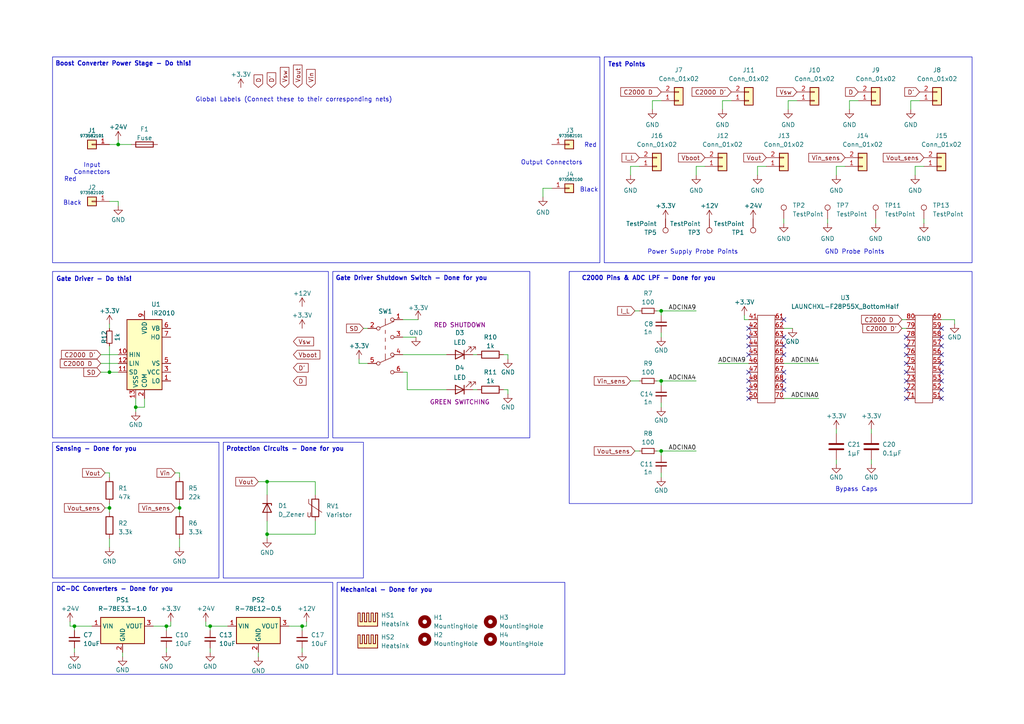
<source format=kicad_sch>
(kicad_sch (version 20250114) (generator "eeschema") (generator_version "9.0")
  (paper "A4")
  (title_block (title "24V-48V Boost Converter") (rev "0") (company "ECE462L: Power Electronics Lab") (comment 1 "[Student names here...]"))
  (rectangle (start 97.79 168.91) (end 163.83 195.58))
  (rectangle (start -124.46 78.74) (end -3.81 127))
  (rectangle (start 15.24 128.27) (end 63.5 167.64))
  (rectangle (start 165.1 78.74) (end 281.94 146.05))
  (rectangle (start 64.77 128.27) (end 105.41 167.64))
  (rectangle (start 15.24 168.91) (end 96.52 195.58))
  (rectangle (start 96.52 78.74) (end 153.67 127))
  (rectangle (start -124.46 13.97) (end -3.81 77.47))
  (rectangle (start 175.26 16.51) (end 281.94 76.2))
  (rectangle (start 15.24 78.74) (end 95.25 127))
  (rectangle (start 15.24 16.51) (end 173.99 76.2))
  (text "High Freq Filtering Capacitors\n(for switching loop)" (at -29.21 66.548 0) (effects (font (size 1.27 1.27))))
  (text "Inductor wire through hole connections" (at -76.2 30.988 0) (effects (font (size 1.27 1.27)) (justify left bottom)))
  (text "Input\nConnectors" (at 26.67 49.022 0) (effects (font (size 1.27 1.27))))
  (text "Sensing - Done for you\n" (at 16.002 131.064 0) (effects (font (size 1.27 1.27) (thickness 0.254) (bold yes)) (justify left bottom)))
  (text "Protection Circuits - Done for you" (at 65.532 131.064 0) (effects (font (size 1.27 1.27) (thickness 0.254) (bold yes)) (justify left bottom)))
  (text "Input\nCapacitor\n" (at -59.944 66.548 0) (effects (font (size 1.27 1.27))))
  (text "Test Points" (at 176.276 19.558 0) (effects (font (size 1.27 1.27) (thickness 0.254) (bold yes)) (justify left bottom)))
  (text "Bypass Cap\nfor +12V VCC" (at -56.896 117.856 0) (effects (font (size 1.27 1.27))))
  (text "Black" (at 18.288 59.69 0) (effects (font (size 1.27 1.27)) (justify left bottom)))
  (text "Mechanical - Done for you" (at 98.552 171.958 0) (effects (font (size 1.27 1.27) (thickness 0.254) (bold yes)) (justify left bottom)))
  (text "Red" (at 18.542 52.832 0) (effects (font (size 1.27 1.27)) (justify left bottom)))
  (text "Bulk Output\nCapacitor" (at -76.962 66.548 0) (effects (font (size 1.27 1.27))))
  (text "Power Supply Probe Points" (at 200.914 73.152 0) (effects (font (size 1.27 1.27))))
  (text "Bootstrap\nCapacitor" (at -79.502 117.602 0) (effects (font (size 1.27 1.27))))
  (text "Red" (at 169.418 42.926 0) (effects (font (size 1.27 1.27)) (justify left bottom)))
  (text "Gate Driver Shutdown Switch - Done for you" (at 97.282 81.534 0) (effects (font (size 1.27 1.27) (thickness 0.254) (bold yes)) (justify left bottom)))
  (text "Notes: \n\n-The inductor physically will be mounted into the board using a bobbin\n-The inductor will be electrically connected using connectors J5 and J6 \n(use net names L_In and Vsw to connect these to the rest of the circuit).\n- Since the bobbin is not electrically connected to the board, leave the \nconnection as a no connect so it will not be connected to any node on the board.\n- Bypass capacitors should be placed as close as possible to the physical pins of each IC.\n- Please do not change any net names - the rest of the circuit depends on the current net names. \n" (at -112.522 1.27 0) (effects (font (size 1.27 1.27)) (justify left)))
  (text "Black" (at 168.148 55.88 0) (effects (font (size 1.27 1.27)) (justify left bottom)))
  (text "Gate Driver - Do this!" (at 16.256 81.788 0) (effects (font (size 1.27 1.27) (thickness 0.254) (bold yes)) (justify left bottom)))
  (text "Current Sensor" (at -94.488 70.612 0) (effects (font (size 1.27 1.27))))
  (text "Boostrap\nResistor\n" (at -34.036 109.474 0) (effects (font (size 1.27 1.27))))
  (text "DC-DC Converters - Done for you" (at 16.256 171.704 0) (effects (font (size 1.27 1.27) (thickness 0.254) (bold yes)) (justify left bottom)))
  (text "Boost Power Stage Components - Use these!" (at -123.19 18.288 0) (effects (font (size 2 2) (thickness 0.4) (bold yes) (italic yes)) (justify left bottom)))
  (text "Gate Resistors" (at -79.502 101.854 0) (effects (font (size 1.27 1.27))))
  (text "Global Labels (Connect these to their corresponding nets)\n" (at 56.642 29.718 0) (effects (font (size 1.27 1.27)) (justify left bottom)))
  (text "C2000 Pins & ADC LPF - Done for you\n" (at 168.656 81.534 0) (effects (font (size 1.27 1.27) (thickness 0.254) (bold yes)) (justify left bottom)))
  (text "Boostrap Diode" (at -56.896 101.854 0) (effects (font (size 1.27 1.27))))
  (text "Output Connectors\n\n" (at 160.02 48.26 0) (effects (font (size 1.27 1.27))))
  (text "Bypass Capacitor\nfor Current Sensor" (at -104.902 41.91 0) (effects (font (size 1.27 1.27))))
  (text "Inductor Bobbin \nConnection" (at -56.388 47.244 0) (effects (font (size 1.27 1.27))))
  (text "Switches" (at -22.606 21.336 0) (effects (font (size 1.27 1.27))))
  (text "Bypass Capacitor\nfor Gate Driver\n" (at -103.632 115.316 0) (effects (font (size 1.27 1.27))))
  (text "Gate Driver Components - Use these!" (at -122.682 83.312 0) (effects (font (size 2 2) (thickness 0.4) (bold yes) (italic yes)) (justify left bottom)))
  (text "GND Probe Points" (at 247.904 73.152 0) (effects (font (size 1.27 1.27))))
  (text "Bypass Caps" (at 248.412 141.986 0) (effects (font (size 1.27 1.27))))
  (text "Boost Converter Power Stage - Do this!\n" (at 16.002 19.304 0) (effects (font (size 1.27 1.27) (thickness 0.254) (bold yes)) (justify left bottom)))
  (junction (at 77.47 139.7))
  (junction (at 21.59 181.61))
  (junction (at 34.29 41.91))
  (junction (at 191.77 130.81))
  (junction (at 39.37 118.11))
  (junction (at 60.96 181.61))
  (junction (at 31.75 107.95))
  (junction (at 48.26 181.61))
  (junction (at 52.07 147.32))
  (junction (at 77.47 154.94))
  (junction (at 191.77 90.17))
  (junction (at 87.63 181.61))
  (junction (at 31.75 147.32))
  (junction (at 191.77 110.49))
  (no_connect (at 227.33 102.87))
  (no_connect (at 273.05 95.25))
  (no_connect (at 262.89 100.33))
  (no_connect (at 217.17 100.33))
  (no_connect (at -53.34 43.18))
  (no_connect (at 227.33 107.95))
  (no_connect (at 217.17 110.49))
  (no_connect (at 217.17 107.95))
  (no_connect (at 273.05 113.03))
  (no_connect (at 227.33 113.03))
  (no_connect (at 262.89 115.57))
  (no_connect (at 262.89 113.03))
  (no_connect (at -60.96 43.18))
  (no_connect (at 262.89 102.87))
  (no_connect (at 273.05 97.79))
  (no_connect (at 273.05 102.87))
  (no_connect (at 273.05 115.57))
  (no_connect (at 227.33 97.79))
  (no_connect (at 262.89 107.95))
  (no_connect (at 227.33 110.49))
  (no_connect (at 217.17 102.87))
  (no_connect (at 262.89 105.41))
  (no_connect (at 273.05 100.33))
  (no_connect (at 262.89 97.79))
  (no_connect (at 217.17 95.25))
  (no_connect (at 217.17 113.03))
  (no_connect (at 273.05 105.41))
  (no_connect (at 273.05 107.95))
  (no_connect (at 262.89 110.49))
  (no_connect (at 227.33 100.33))
  (no_connect (at 227.33 92.71))
  (no_connect (at 217.17 115.57))
  (no_connect (at 217.17 97.79))
  (no_connect (at 273.05 110.49))
  (wire (pts (xy 276.86 92.71) (xy 276.86 93.98)))
  (wire (pts (xy 77.47 139.7) (xy 77.47 143.51)))
  (wire (pts (xy -104.14 96.52) (xy -104.14 97.79)))
  (wire (pts (xy 137.16 102.87) (xy 138.43 102.87)))
  (wire (pts (xy 191.77 111.76) (xy 191.77 110.49)))
  (wire (pts (xy -119.38 73.66) (xy -104.14 73.66)))
  (wire (pts (xy 245.11 48.26) (xy 242.57 48.26)))
  (wire (pts (xy -68.58 34.29) (xy -72.39 34.29)))
  (wire (pts (xy 185.42 110.49) (xy 182.88 110.49)))
  (wire (pts (xy 191.77 90.17) (xy 190.5 90.17)))
  (wire (pts (xy 265.43 48.26) (xy 265.43 50.8)))
  (wire (pts (xy 20.32 180.34) (xy 20.32 181.61)))
  (wire (pts (xy 191.77 91.44) (xy 191.77 90.17)))
  (wire (pts (xy 20.32 181.61) (xy 21.59 181.61)))
  (wire (pts (xy 31.75 147.32) (xy 31.75 148.59)))
  (wire (pts (xy 147.32 114.3) (xy 147.32 113.03)))
  (wire (pts (xy 34.29 41.91) (xy 38.1 41.91)))
  (wire (pts (xy 201.93 48.26) (xy 201.93 50.8)))
  (wire (pts (xy -119.38 66.04) (xy -119.38 63.5)))
  (wire (pts (xy 137.16 113.03) (xy 138.43 113.03)))
  (wire (pts (xy 184.15 130.81) (xy 185.42 130.81)))
  (wire (pts (xy 29.21 105.41) (xy 34.29 105.41)))
  (wire (pts (xy 248.92 29.21) (xy 246.38 29.21)))
  (wire (pts (xy -105.41 31.75) (xy -105.41 33.02)))
  (wire (pts (xy 209.55 29.21) (xy 209.55 31.75)))
  (wire (pts (xy 29.21 102.87) (xy 34.29 102.87)))
  (wire (pts (xy 48.26 187.96) (xy 48.26 189.23)))
  (wire (pts (xy 39.37 119.38) (xy 39.37 118.11)))
  (wire (pts (xy 261.62 95.25) (xy 262.89 95.25)))
  (wire (pts (xy 77.47 151.13) (xy 77.47 154.94)))
  (wire (pts (xy 147.32 104.14) (xy 147.32 102.87)))
  (wire (pts (xy 217.17 92.71) (xy 215.9 92.71)))
  (wire (pts (xy 118.11 113.03) (xy 118.11 107.95)))
  (wire (pts (xy 227.33 63.5) (xy 227.33 64.77)))
  (wire (pts (xy 191.77 110.49) (xy 201.93 110.49)))
  (wire (pts (xy 83.82 181.61) (xy 87.63 181.61)))
  (wire (pts (xy 147.32 102.87) (xy 146.05 102.87)))
  (wire (pts (xy 49.53 181.61) (xy 49.53 180.34)))
  (wire (pts (xy 242.57 48.26) (xy 242.57 50.8)))
  (wire (pts (xy 267.97 64.77) (xy 267.97 63.5)))
  (wire (pts (xy 41.91 118.11) (xy 41.91 115.57)))
  (wire (pts (xy 77.47 154.94) (xy 77.47 156.21)))
  (wire (pts (xy 273.05 92.71) (xy 276.86 92.71)))
  (wire (pts (xy 31.75 146.05) (xy 31.75 147.32)))
  (wire (pts (xy 48.26 182.88) (xy 48.26 181.61)))
  (wire (pts (xy 50.8 137.16) (xy 52.07 137.16)))
  (wire (pts (xy 147.32 113.03) (xy 146.05 113.03)))
  (wire (pts (xy 60.96 187.96) (xy 60.96 189.23)))
  (wire (pts (xy 264.16 29.21) (xy 264.16 31.75)))
  (wire (pts (xy 30.48 137.16) (xy 31.75 137.16)))
  (wire (pts (xy 254 64.77) (xy 254 63.5)))
  (wire (pts (xy -41.91 34.29) (xy -45.72 34.29)))
  (wire (pts (xy 157.48 57.15) (xy 157.48 54.61)))
  (wire (pts (xy 104.14 105.41) (xy 106.68 105.41)))
  (wire (pts (xy 34.29 40.64) (xy 34.29 41.91)))
  (wire (pts (xy 191.77 110.49) (xy 190.5 110.49)))
  (wire (pts (xy 242.57 124.46) (xy 242.57 125.73)))
  (wire (pts (xy 104.14 105.41) (xy 104.14 104.14)))
  (wire (pts (xy 227.33 95.25) (xy 229.87 95.25)))
  (wire (pts (xy 219.71 48.26) (xy 219.71 50.8)))
  (wire (pts (xy 116.84 102.87) (xy 129.54 102.87)))
  (wire (pts (xy 228.6 29.21) (xy 228.6 31.75)))
  (wire (pts (xy 50.8 147.32) (xy 52.07 147.32)))
  (wire (pts (xy 74.93 139.7) (xy 77.47 139.7)))
  (wire (pts (xy 91.44 143.51) (xy 91.44 139.7)))
  (wire (pts (xy 231.14 29.21) (xy 228.6 29.21)))
  (wire (pts (xy 191.77 29.21) (xy 189.23 29.21)))
  (wire (pts (xy 252.73 133.35) (xy 252.73 134.62)))
  (wire (pts (xy 31.75 41.91) (xy 34.29 41.91)))
  (wire (pts (xy 191.77 90.17) (xy 201.93 90.17)))
  (wire (pts (xy 77.47 139.7) (xy 91.44 139.7)))
  (wire (pts (xy 31.75 156.21) (xy 31.75 158.75)))
  (wire (pts (xy 87.63 182.88) (xy 87.63 181.61)))
  (wire (pts (xy 116.84 97.79) (xy 120.65 97.79)))
  (wire (pts (xy 74.93 189.23) (xy 74.93 190.5)))
  (wire (pts (xy -95.25 63.5) (xy -93.98 63.5)))
  (wire (pts (xy -104.14 105.41) (xy -104.14 106.68)))
  (wire (pts (xy 52.07 148.59) (xy 52.07 147.32)))
  (wire (pts (xy 191.77 130.81) (xy 201.93 130.81)))
  (wire (pts (xy 39.37 118.11) (xy 39.37 115.57)))
  (wire (pts (xy 116.84 92.71) (xy 121.285 92.71)))
  (wire (pts (xy 29.21 107.95) (xy 31.75 107.95)))
  (wire (pts (xy 157.48 54.61) (xy 160.02 54.61)))
  (wire (pts (xy 242.57 133.35) (xy 242.57 134.62)))
  (wire (pts (xy 191.77 130.81) (xy 190.5 130.81)))
  (wire (pts (xy 30.48 147.32) (xy 31.75 147.32)))
  (wire (pts (xy 204.47 48.26) (xy 201.93 48.26)))
  (wire (pts (xy 52.07 146.05) (xy 52.07 147.32)))
  (wire (pts (xy 31.75 58.42) (xy 34.29 58.42)))
  (wire (pts (xy 88.9 181.61) (xy 88.9 180.34)))
  (wire (pts (xy 227.33 105.41) (xy 237.49 105.41)))
  (wire (pts (xy 227.33 115.57) (xy 237.49 115.57)))
  (wire (pts (xy 60.96 181.61) (xy 66.04 181.61)))
  (wire (pts (xy 59.69 181.61) (xy 60.96 181.61)))
  (wire (pts (xy 77.47 154.94) (xy 91.44 154.94)))
  (wire (pts (xy 60.96 182.88) (xy 60.96 181.61)))
  (wire (pts (xy 191.77 97.79) (xy 191.77 96.52)))
  (wire (pts (xy 31.75 100.33) (xy 31.75 107.95)))
  (wire (pts (xy 215.9 92.71) (xy 215.9 91.44)))
  (wire (pts (xy 191.77 132.08) (xy 191.77 130.81)))
  (wire (pts (xy 21.59 181.61) (xy 26.67 181.61)))
  (wire (pts (xy 105.41 95.25) (xy 106.68 95.25)))
  (wire (pts (xy 191.77 118.11) (xy 191.77 116.84)))
  (wire (pts (xy 52.07 156.21) (xy 52.07 158.75)))
  (wire (pts (xy 189.23 29.21) (xy 189.23 31.75)))
  (wire (pts (xy 48.26 181.61) (xy 49.53 181.61)))
  (wire (pts (xy 52.07 137.16) (xy 52.07 138.43)))
  (wire (pts (xy 240.03 63.5) (xy 240.03 64.77)))
  (wire (pts (xy -119.38 63.5) (xy -115.57 63.5)))
  (wire (pts (xy -119.38 73.66) (xy -119.38 71.12)))
  (wire (pts (xy 266.7 29.21) (xy 264.16 29.21)))
  (wire (pts (xy 21.59 182.88) (xy 21.59 181.61)))
  (wire (pts (xy 182.88 48.26) (xy 182.88 50.8)))
  (wire (pts (xy 118.11 113.03) (xy 129.54 113.03)))
  (wire (pts (xy 252.73 124.46) (xy 252.73 125.73)))
  (wire (pts (xy 185.42 48.26) (xy 182.88 48.26)))
  (wire (pts (xy 87.63 187.96) (xy 87.63 189.23)))
  (wire (pts (xy 31.75 93.98) (xy 31.75 95.25)))
  (wire (pts (xy 91.44 151.13) (xy 91.44 154.94)))
  (wire (pts (xy 246.38 29.21) (xy 246.38 31.75)))
  (wire (pts (xy 191.77 138.43) (xy 191.77 137.16)))
  (wire (pts (xy 39.37 118.11) (xy 41.91 118.11)))
  (wire (pts (xy -105.41 25.4) (xy -105.41 26.67)))
  (wire (pts (xy 222.25 48.26) (xy 219.71 48.26)))
  (wire (pts (xy 118.11 107.95) (xy 116.84 107.95)))
  (wire (pts (xy 31.75 137.16) (xy 31.75 138.43)))
  (wire (pts (xy 261.62 92.71) (xy 262.89 92.71)))
  (wire (pts (xy 59.69 181.61) (xy 59.69 180.34)))
  (wire (pts (xy 21.59 187.96) (xy 21.59 189.23)))
  (wire (pts (xy -104.14 73.66) (xy -104.14 69.85)))
  (wire (pts (xy 88.9 181.61) (xy 87.63 181.61)))
  (wire (pts (xy 34.29 58.42) (xy 34.29 59.69)))
  (wire (pts (xy 185.42 90.17) (xy 184.15 90.17)))
  (wire (pts (xy 212.09 29.21) (xy 209.55 29.21)))
  (wire (pts (xy 44.45 181.61) (xy 48.26 181.61)))
  (wire (pts (xy 35.56 189.23) (xy 35.56 190.5)))
  (wire (pts (xy 208.28 105.41) (xy 217.17 105.41)))
  (wire (pts (xy 31.75 107.95) (xy 34.29 107.95)))
  (wire (pts (xy 267.97 48.26) (xy 265.43 48.26)))
  (label "L_in" (at -71.3987 34.29 180))
  (label "Vsw" (at -41.91 34.29 180))
  (label "ADCINA0" (at 201.93 130.81 180))
  (label "ADCINA9" (at 208.28 105.41 0))
  (label "ADCINA4" (at 201.93 110.49 180))
  (label "ADCINA4" (at 237.49 105.41 180))
  (label "ADCINA0" (at 237.49 115.57 180))
  (label "ADCINA9" (at 201.93 90.17 180))
  (global_label "Vout_sens" (shape input) (at 184.15 130.81 180) (property "Intersheetrefs" "${INTERSHEET_REFS}" (effects (hide yes))))
  (global_label "D" (shape input) (at 74.93 25.4 90) (property "Intersheetrefs" "${INTERSHEET_REFS}" (effects (hide yes))))
  (global_label "Vout" (shape input) (at 222.25 45.72 180) (property "Intersheetrefs" "${INTERSHEET_REFS}" (effects (hide yes))))
  (global_label "Vboot" (shape input) (at 85.09 102.87 0) (property "Intersheetrefs" "${INTERSHEET_REFS}" (effects (hide yes))))
  (global_label "Vsw" (shape input) (at 82.55 25.4 90) (property "Intersheetrefs" "${INTERSHEET_REFS}" (effects (hide yes))))
  (global_label "I_L" (shape input) (at 185.42 45.72 180) (property "Intersheetrefs" "${INTERSHEET_REFS}" (effects (hide yes))))
  (global_label "I_L" (shape input) (at 184.15 90.17 180) (property "Intersheetrefs" "${INTERSHEET_REFS}" (effects (hide yes))))
  (global_label "C2000 D " (shape input) (at 29.21 105.41 180) (property "Intersheetrefs" "${INTERSHEET_REFS}" (effects (hide yes))))
  (global_label "SD" (shape input) (at 105.41 95.25 180) (property "Intersheetrefs" "${INTERSHEET_REFS}" (effects (hide yes))))
  (global_label "Vout_sens" (shape input) (at 267.97 45.72 180) (property "Intersheetrefs" "${INTERSHEET_REFS}" (effects (hide yes))))
  (global_label "SD" (shape input) (at 29.21 107.95 180) (property "Intersheetrefs" "${INTERSHEET_REFS}" (effects (hide yes))))
  (global_label "D" (shape input) (at 248.92 26.67 180) (property "Intersheetrefs" "${INTERSHEET_REFS}" (effects (hide yes))))
  (global_label "Vout" (shape input) (at 30.48 137.16 180) (property "Intersheetrefs" "${INTERSHEET_REFS}" (effects (hide yes))))
  (global_label "C2000 D'" (shape input) (at 29.21 102.87 180) (property "Intersheetrefs" "${INTERSHEET_REFS}" (effects (hide yes))))
  (global_label "Vin_sens" (shape input) (at 245.11 45.72 180) (property "Intersheetrefs" "${INTERSHEET_REFS}" (effects (hide yes))))
  (global_label "Vsw" (shape input) (at 85.09 99.06 0) (property "Intersheetrefs" "${INTERSHEET_REFS}" (effects (hide yes))))
  (global_label "D'" (shape input) (at 85.09 106.68 0) (property "Intersheetrefs" "${INTERSHEET_REFS}" (effects (hide yes))))
  (global_label "C2000 D'" (shape input) (at 261.62 95.25 180) (property "Intersheetrefs" "${INTERSHEET_REFS}" (effects (hide yes))))
  (global_label "D" (shape input) (at 85.09 110.49 0) (property "Intersheetrefs" "${INTERSHEET_REFS}" (effects (hide yes))))
  (global_label "C2000 D " (shape input) (at 261.62 92.71 180) (property "Intersheetrefs" "${INTERSHEET_REFS}" (effects (hide yes))))
  (global_label "Vboot" (shape input) (at 204.47 45.72 180) (property "Intersheetrefs" "${INTERSHEET_REFS}" (effects (hide yes))))
  (global_label "Vsw" (shape input) (at 231.14 26.67 180) (property "Intersheetrefs" "${INTERSHEET_REFS}" (effects (hide yes))))
  (global_label "Vout_sens" (shape input) (at 30.48 147.32 180) (property "Intersheetrefs" "${INTERSHEET_REFS}" (effects (hide yes))))
  (global_label "Vout" (shape input) (at 86.36 25.4 90) (property "Intersheetrefs" "${INTERSHEET_REFS}" (effects (hide yes))))
  (global_label "D'" (shape input) (at 78.74 25.4 90) (property "Intersheetrefs" "${INTERSHEET_REFS}" (effects (hide yes))))
  (global_label "C2000 D " (shape input) (at 191.77 26.67 180) (property "Intersheetrefs" "${INTERSHEET_REFS}" (effects (hide yes))))
  (global_label "D'" (shape input) (at 266.7 26.67 180) (property "Intersheetrefs" "${INTERSHEET_REFS}" (effects (hide yes))))
  (global_label "Vin" (shape input) (at 90.17 25.4 90) (property "Intersheetrefs" "${INTERSHEET_REFS}" (effects (hide yes))))
  (global_label "C2000 D'" (shape input) (at 212.09 26.67 180) (property "Intersheetrefs" "${INTERSHEET_REFS}" (effects (hide yes))))
  (global_label "Vin_sens" (shape input) (at 182.88 110.49 180) (property "Intersheetrefs" "${INTERSHEET_REFS}" (effects (hide yes))))
  (global_label "I_L" (shape input) (at -93.98 63.5 0) (property "Intersheetrefs" "${INTERSHEET_REFS}" (effects (hide yes))))
  (global_label "Vout" (shape input) (at 74.93 139.7 180) (property "Intersheetrefs" "${INTERSHEET_REFS}" (effects (hide yes))))
  (global_label "Vin_sens" (shape input) (at 50.8 147.32 180) (property "Intersheetrefs" "${INTERSHEET_REFS}" (effects (hide yes))))
  (global_label "Vin" (shape input) (at 50.8 137.16 180) (property "Intersheetrefs" "${INTERSHEET_REFS}" (effects (hide yes))))
  (symbol (lib_id "Connector:TestPoint") (at 227.33 63.5 0) (unit 1)
    (property "Reference" "TP2" (at 229.87 59.563 0) (effects (justify left)))
    (property "Value" "TestPoint" (at 229.87 62.103 0) (effects (justify left)))
    (property "Footprint" "TestPoint:TestPoint_Loop_D1.80mm_Drill1.0mm_Beaded" (effects (hide yes)))
  )
  (symbol (lib_id "power:GND") (at 52.07 158.75 0) (unit 1)
    (property "Reference" "#PWR09" (effects (hide yes)))
    (property "Value" "GND" (at 52.07 162.814 0))
  )
  (symbol (lib_id "Connector_Generic:Conn_01x01") (at 165.1 41.91 0) (unit 1)
    (property "Reference" "J3" (at 164.084 37.846 0) (effects (justify left)))
    (property "Value" "973582101" (at 162.052 39.37 0) (effects (font (size 0.8 0.8)) (justify left)))
    (property "Footprint" "ECE462L:973582101" (effects (hide yes)))
    (property "Description" "Generic connector, single row, 01x01, script generated (kicad-library-utils/schlib/autogen/connector/)" (effects (hide yes)))
  )
  (symbol (lib_id "Switch:SW_Push_DPDT") (at 111.76 100.33 0) (unit 1)
    (property "Reference" "SW1" (at 111.76 90.297 0))
    (property "Value" "SW_Push_DPDT" (effects (hide yes)))
    (property "Footprint" "ECE462L:SLW1116297AD" (effects (hide yes)))
  )
  (symbol (lib_id "power:GND") (at 219.71 50.8 0) (mirror y) (unit 1)
    (property "Reference" "#PWR048" (effects (hide yes)))
    (property "Value" "GND" (at 219.71 55.245 0))
  )
  (symbol (lib_id "power:GND") (at 242.57 50.8 0) (mirror y) (unit 1)
    (property "Reference" "#PWR049" (effects (hide yes)))
    (property "Value" "GND" (at 242.57 55.245 0))
  )
  (symbol (lib_id "Device:C") (at -80.01 110.49 0) (unit 1)
    (property "Reference" "C3" (at -76.835 109.855 0) (effects (justify left)))
    (property "Value" "C" (at -76.835 112.395 0) (effects (justify left)))
    (property "Footprint" "Capacitor_SMD:C_0805_2012Metric" (effects (hide yes)))
    (property "Description" "Cboot" (effects (hide yes)))
  )
  (symbol (lib_id "Connector:TestPoint") (at 254 63.5 0) (unit 1)
    (property "Reference" "TP11" (at 256.54 59.563 0) (effects (justify left)))
    (property "Value" "TestPoint" (at 256.54 62.103 0) (effects (justify left)))
    (property "Footprint" "TestPoint:TestPoint_Loop_D1.80mm_Drill1.0mm_Beaded" (effects (hide yes)))
  )
  (symbol (lib_id "Device:D_Zener") (at 77.47 147.32 270) (unit 1)
    (property "Reference" "D1" (at 80.645 146.685 90) (effects (justify left)))
    (property "Value" "D_Zener" (at 80.645 149.225 90) (effects (justify left)))
    (property "Footprint" "ECE462L:1.5KE75A" (effects (hide yes)))
  )
  (symbol (lib_id "Device:C_Small") (at 21.59 185.42 0) (unit 1)
    (property "Reference" "C7" (at 24.13 184.1562 0) (effects (justify left)))
    (property "Value" "10uF" (at 24.13 186.6962 0) (effects (justify left)))
    (property "Footprint" "Capacitor_SMD:C_0805_2012Metric" (effects (hide yes)))
    (property "Description" "Unpolarized capacitor, small symbol" (effects (hide yes)))
  )
  (symbol (lib_id "Connector_Generic:Conn_01x02") (at 209.55 48.26 0) (mirror x) (unit 1)
    (property "Reference" "J12" (at 209.55 39.37 0))
    (property "Value" "Conn_01x02" (at 209.55 41.91 0))
    (property "Footprint" "ECE462L:TP" (effects (hide yes)))
    (property "Description" "Generic connector, single row, 01x02, script generated (kicad-library-utils/schlib/autogen/connector/)" (effects (hide yes)))
  )
  (symbol (lib_id "power:GND") (at 87.63 189.23 0) (unit 1)
    (property "Reference" "#PWR025" (effects (hide yes)))
    (property "Value" "GND" (at 87.63 193.294 0))
  )
  (symbol (lib_id "Connector_Generic:Conn_01x01") (at 26.67 41.91 180) (unit 1)
    (property "Reference" "J1" (at 26.67 37.846 0))
    (property "Value" "973582101" (at 26.67 39.37 0) (effects (font (size 0.8 0.8))))
    (property "Footprint" "ECE462L:973582101" (effects (hide yes)))
    (property "Description" "Generic connector, single row, 01x01, script generated (kicad-library-utils/schlib/autogen/connector/)" (effects (hide yes)))
  )
  (symbol (lib_id "Connector_Generic:Conn_01x02") (at 217.17 29.21 0) (mirror x) (unit 1)
    (property "Reference" "J11" (at 217.17 20.32 0))
    (property "Value" "Conn_01x02" (at 217.17 22.86 0))
    (property "Footprint" "ECE462L:TP" (effects (hide yes)))
    (property "Description" "Generic connector, single row, 01x02, script generated (kicad-library-utils/schlib/autogen/connector/)" (effects (hide yes)))
  )
  (symbol (lib_id "Connector_Generic:Conn_01x02") (at 236.22 29.21 0) (mirror x) (unit 1)
    (property "Reference" "J10" (at 236.22 20.32 0))
    (property "Value" "Conn_01x02" (at 236.22 22.86 0))
    (property "Footprint" "ECE462L:TP" (effects (hide yes)))
    (property "Description" "Generic connector, single row, 01x02, script generated (kicad-library-utils/schlib/autogen/connector/)" (effects (hide yes)))
  )
  (symbol (lib_id "power:GND") (at 74.93 190.5 0) (unit 1)
    (property "Reference" "#PWR024" (effects (hide yes)))
    (property "Value" "GND" (at 74.93 194.564 0))
  )
  (symbol (lib_id "power:+3.3V") (at 252.73 124.46 0) (unit 1)
    (property "Reference" "#PWR052" (effects (hide yes)))
    (property "Value" "+3.3V" (at 252.73 120.65 0))
  )
  (symbol (lib_id "Connector_Generic:Conn_01x01") (at -50.8 34.29 0) (mirror y) (unit 1)
    (property "Reference" "J5" (at -53.34 33.0199 0) (effects (justify left)))
    (property "Value" "Conn_01x01" (effects (hide yes)))
    (property "Footprint" "ECE462L:Inductor_wire_conn" (effects (hide yes)))
    (property "Description" "Generic connector, single row, 01x01, script generated (kicad-library-utils/schlib/autogen/connector/)" (effects (hide yes)))
  )
  (symbol (lib_id "Mechanical:MountingHole") (at 123.19 185.42 0) (unit 1) (exclude_from_sim yes) (in_bom no)
    (property "Reference" "H2" (at 125.73 184.1499 0) (effects (justify left)))
    (property "Value" "MountingHole" (at 125.73 186.6899 0) (effects (justify left)))
    (property "Footprint" "MountingHole:MountingHole_3.2mm_M3" (effects (hide yes)))
    (property "Description" "Mounting Hole without connection" (effects (hide yes)))
  )
  (symbol (lib_id "Device:Varistor") (at 91.44 147.32 0) (unit 1)
    (property "Reference" "RV1" (at 94.615 146.7842 0) (effects (justify left)))
    (property "Value" "Varistor" (at 94.615 149.3242 0) (effects (justify left)))
    (property "Footprint" "ECE462L:V100ZA15P" (effects (hide yes)))
    (property "Sim.Name" "kicad_builtin_varistor" (effects (hide yes)))
    (property "Sim.Device" "SUBCKT" (effects (hide yes)))
    (property "Sim.Pins" "1=A 2=B" (effects (hide yes)))
    (property "Sim.Params" "threshold=1k" (effects (hide yes)))
    (property "Sim.Library" "${KICAD7_SYMBOL_DIR}/Simulation_SPICE.sp" (effects (hide yes)))
  )
  (symbol (lib_id "power:+3.3V") (at 104.14 104.14 0) (unit 1)
    (property "Reference" "#PWR035" (effects (hide yes)))
    (property "Value" "+3.3V" (at 104.14 100.33 0))
  )
  (symbol (lib_id "power:+24V") (at 218.44 63.5 0) (unit 1)
    (property "Reference" "#PWR028" (effects (hide yes)))
    (property "Value" "+24V" (at 218.44 59.69 0))
  )
  (symbol (lib_id "Device:Fuse") (at 41.91 41.91 90) (unit 1)
    (property "Reference" "F1" (at 41.91 37.465 90))
    (property "Value" "Fuse" (at 41.91 40.005 90))
    (property "Footprint" "ECE462L:696108003002" (effects (hide yes)))
  )
  (symbol (lib_id "ECE462L:R-78E3.3-1.0") (at 35.56 182.88 0) (unit 1)
    (property "Reference" "PS1" (at 35.56 173.99 0))
    (property "Value" "R-78E3.3-1.0" (at 35.56 176.53 0))
    (property "Footprint" "ECE462L:R-78E3.3-1.0" (effects (hide yes)))
    (property "PARTREV" "6" (effects (hide yes)))
    (property "STANDARD" "Manufacturer Recommendations" (effects (hide yes)))
    (property "MAXIMUM_PACKAGE_HEIGHT" "10.40mm" (effects (hide yes)))
    (property "MANUFACTURER" "RECOM" (effects (hide yes)))
  )
  (symbol (lib_id "Device:C") (at -57.15 110.49 0) (unit 1)
    (property "Reference" "C4" (at -53.975 109.855 0) (effects (justify left)))
    (property "Value" "0.1μF" (at -53.975 112.395 0) (effects (justify left)))
    (property "Footprint" "Capacitor_SMD:C_0805_2012Metric" (effects (hide yes)))
    (property "Description" "Cbypass" (effects (hide yes)))
  )
  (symbol (lib_id "power:GND") (at 254 64.77 0) (unit 1)
    (property "Reference" "#PWR036" (effects (hide yes)))
    (property "Value" "GND" (at 254 69.215 0))
  )
  (symbol (lib_id "power:GND") (at 229.87 95.25 0) (unit 1)
    (property "Reference" "#PWR020" (effects (hide yes)))
    (property "Value" "GND" (at 229.87 99.06 0))
  )
  (symbol (lib_id "Connector:TestPoint") (at 205.74 63.5 180) (unit 1)
    (property "Reference" "TP3" (at 203.2 67.437 0) (effects (justify left)))
    (property "Value" "TestPoint" (at 203.2 64.897 0) (effects (justify left)))
    (property "Footprint" "TestPoint:TestPoint_Loop_D1.80mm_Drill1.0mm_Beaded" (effects (hide yes)))
  )
  (symbol (lib_id "power:GND") (at 191.77 138.43 0) (mirror y) (unit 1)
    (property "Reference" "#PWR019" (effects (hide yes)))
    (property "Value" "GND" (at 191.77 142.24 0))
  )
  (symbol (lib_id "Device:R_Small") (at -83.82 95.25 90) (unit 1)
    (property "Reference" "R4" (at -83.82 93.726 90))
    (property "Value" "R_Small" (at -83.82 97.536 90))
    (property "Footprint" "Resistor_SMD:R_0805_2012Metric" (effects (hide yes)))
    (property "Description" "gate resistor" (effects (hide yes)))
  )
  (symbol (lib_id "Device:L") (at -57.15 43.18 90) (unit 1)
    (property "Reference" "L1" (at -57.15 38.735 90))
    (property "Value" "L" (at -57.15 41.275 90))
    (property "Footprint" "ECE462L:Inductor" (effects (hide yes)))
  )
  (symbol (lib_id "Device:R") (at 142.24 113.03 90) (unit 1)
    (property "Reference" "R11" (at 142.24 107.95 90))
    (property "Value" "1k" (at 142.24 110.49 90))
    (property "Footprint" "Resistor_SMD:R_0805_2012Metric" (effects (hide yes)))
  )
  (symbol (lib_id "power:+12V") (at 88.9 180.34 0) (unit 1)
    (property "Reference" "#PWR026" (effects (hide yes)))
    (property "Value" "+12V" (at 88.9 176.53 0))
  )
  (symbol (lib_id "power:+12V") (at 205.74 63.5 0) (unit 1)
    (property "Reference" "#PWR032" (effects (hide yes)))
    (property "Value" "+12V" (at 205.74 59.69 0))
  )
  (symbol (lib_id "Device:C_Small") (at -119.38 68.58 0) (unit 1)
    (property "Reference" "C1" (at -117.094 67.564 0) (effects (font (size 1 1)) (justify left)))
    (property "Value" "100 pF" (at -117.094 69.088 0) (effects (font (size 1 1)) (justify left)))
    (property "Footprint" "Capacitor_SMD:C_0805_2012Metric" (effects (hide yes)))
    (property "Description" "Unpolarized capacitor, small symbol" (effects (hide yes)))
  )
  (symbol (lib_id "Device:C_Small") (at 191.77 134.62 0) (mirror y) (unit 1)
    (property "Reference" "C11" (at 189.484 134.62 0) (effects (justify left)))
    (property "Value" "1n" (at 189.23 136.906 0) (effects (justify left)))
    (property "Footprint" "Capacitor_SMD:C_0805_2012Metric" (effects (hide yes)))
    (property "Description" "Unpolarized capacitor, small symbol" (effects (hide yes)))
  )
  (symbol (lib_id "Device:C_Small") (at 191.77 114.3 0) (mirror y) (unit 1)
    (property "Reference" "C14" (at 189.484 114.3 0) (effects (justify left)))
    (property "Value" "1n" (at 189.23 116.586 0) (effects (justify left)))
    (property "Footprint" "Capacitor_SMD:C_0805_2012Metric" (effects (hide yes)))
    (property "Description" "Unpolarized capacitor, small symbol" (effects (hide yes)))
  )
  (symbol (lib_id "Device:R") (at 31.75 152.4 0) (unit 1)
    (property "Reference" "R2" (at 34.29 151.765 0) (effects (justify left)))
    (property "Value" "3.3k" (at 34.29 154.305 0) (effects (justify left)))
    (property "Footprint" "Resistor_SMD:R_0805_2012Metric" (effects (hide yes)))
  )
  (symbol (lib_name "GND_1") (lib_id "power:GND") (at -105.41 33.02 0) (unit 1)
    (property "Reference" "#PWR08" (effects (hide yes)))
    (property "Value" "GND" (at -105.41 37.084 0))
    (property "Description" "Power symbol creates a global label with name \"GND\" , ground" (effects (hide yes)))
  )
  (symbol (lib_id "Diode:PMEG10020ELR") (at -57.15 95.25 270) (unit 1)
    (property "Reference" "D2" (at -54.61 93.6624 90) (effects (justify left)))
    (property "Value" "PMEG10020ELR" (at -54.61 95.504 90) (effects (font (size 1 1)) (justify left)))
    (property "Footprint" "Diode_SMD:Nexperia_CFP3_SOD-123W" (effects (hide yes)))
    (property "Datasheet" "https://assets.nexperia.com/documents/data-sheet/PMEG10020ELR.pdf" (effects (hide yes)))
    (property "Description" "boostrap diode" (effects (hide yes)))
  )
  (symbol (lib_id "Device:R_Small") (at -34.29 102.87 270) (unit 1)
    (property "Reference" "R13" (at -34.29 100.584 90))
    (property "Value" "2 Ohm" (at -34.29 104.902 90))
    (property "Footprint" "Resistor_SMD:R_0805_2012Metric" (effects (hide yes)))
    (property "Description" "Resistor, small symbol" (effects (hide yes)))
  )
  (symbol (lib_id "Device:R_Small") (at 31.75 97.79 180) (unit 1)
    (property "Reference" "R12" (at 30.226 97.79 90))
    (property "Value" "1k" (at 34.036 97.79 90))
    (property "Footprint" "Resistor_SMD:R_0805_2012Metric" (effects (hide yes)))
    (property "Description" "Resistor, small symbol" (effects (hide yes)))
  )
  (symbol (lib_id "power:GND") (at 267.97 64.77 0) (unit 1)
    (property "Reference" "#PWR039" (effects (hide yes)))
    (property "Value" "GND" (at 267.97 69.215 0))
  )
  (symbol (lib_id "Device:R") (at 31.75 142.24 0) (unit 1)
    (property "Reference" "R1" (at 34.29 141.605 0) (effects (justify left)))
    (property "Value" "47k" (at 34.29 144.145 0) (effects (justify left)))
    (property "Footprint" "Resistor_SMD:R_0805_2012Metric" (effects (hide yes)))
  )
  (symbol (lib_id "Device:LED") (at 133.35 102.87 180) (unit 1)
    (property "Reference" "D3" (at 133.35 96.52 0))
    (property "Value" "LED" (at 133.35 99.314 0))
    (property "Footprint" "ECE462L:WL-SMRW_1206_REC" (effects (hide yes)))
    (property "Description" "RED SHUTDOWN" (at 133.35 94.234 0))
  )
  (symbol (lib_id "Connector_Generic:Conn_01x02") (at 254 29.21 0) (mirror x) (unit 1)
    (property "Reference" "J9" (at 254 20.32 0))
    (property "Value" "Conn_01x02" (at 254 22.86 0))
    (property "Footprint" "ECE462L:TP" (effects (hide yes)))
    (property "Description" "Generic connector, single row, 01x02, script generated (kicad-library-utils/schlib/autogen/connector/)" (effects (hide yes)))
  )
  (symbol (lib_id "Connector_Generic:Conn_01x02") (at 250.19 48.26 0) (mirror x) (unit 1)
    (property "Reference" "J14" (at 250.19 39.37 0))
    (property "Value" "Conn_01x02" (at 250.19 41.91 0))
    (property "Footprint" "ECE462L:TP" (effects (hide yes)))
    (property "Description" "Generic connector, single row, 01x02, script generated (kicad-library-utils/schlib/autogen/connector/)" (effects (hide yes)))
  )
  (symbol (lib_id "power:GND") (at 60.96 189.23 0) (unit 1)
    (property "Reference" "#PWR022" (effects (hide yes)))
    (property "Value" "GND" (at 60.96 193.294 0))
  )
  (symbol (lib_id "Connector_Generic:Conn_01x02") (at 227.33 48.26 0) (mirror x) (unit 1)
    (property "Reference" "J13" (at 227.33 39.37 0))
    (property "Value" "Conn_01x02" (at 227.33 41.91 0))
    (property "Footprint" "ECE462L:TP" (effects (hide yes)))
    (property "Description" "Generic connector, single row, 01x02, script generated (kicad-library-utils/schlib/autogen/connector/)" (effects (hide yes)))
  )
  (symbol (lib_id "power:+24V") (at 59.69 180.34 0) (unit 1)
    (property "Reference" "#PWR021" (effects (hide yes)))
    (property "Value" "+24V" (at 59.69 176.53 0))
  )
  (symbol (lib_id "Connector:TestPoint") (at 240.03 63.5 0) (unit 1)
    (property "Reference" "TP7" (at 242.57 59.563 0) (effects (justify left)))
    (property "Value" "TestPoint" (at 242.57 62.103 0) (effects (justify left)))
    (property "Footprint" "TestPoint:TestPoint_Loop_D1.80mm_Drill1.0mm_Beaded" (effects (hide yes)))
  )
  (symbol (lib_id "power:+3.3V") (at 49.53 180.34 0) (unit 1)
    (property "Reference" "#PWR018" (effects (hide yes)))
    (property "Value" "+3.3V" (at 49.53 176.53 0))
  )
  (symbol (lib_id "power:GND") (at 147.32 114.3 0) (unit 1)
    (property "Reference" "#PWR041" (effects (hide yes)))
    (property "Value" "GND" (at 147.32 118.11 0))
  )
  (symbol (lib_id "power:GND") (at 39.37 119.38 0) (unit 1)
    (property "Reference" "#PWR05" (effects (hide yes)))
    (property "Value" "GND" (at 39.37 123.19 0))
  )
  (symbol (lib_id "Device:C_Small") (at 48.26 185.42 0) (unit 1)
    (property "Reference" "C10" (at 50.8 184.1562 0) (effects (justify left)))
    (property "Value" "10uF" (at 50.8 186.6962 0) (effects (justify left)))
    (property "Footprint" "Capacitor_SMD:C_0805_2012Metric" (effects (hide yes)))
    (property "Description" "Unpolarized capacitor, small symbol" (effects (hide yes)))
  )
  (symbol (lib_id "Device:R_Small") (at -76.2 95.25 90) (unit 1)
    (property "Reference" "R3" (at -76.2 93.726 90))
    (property "Value" "R_Small" (at -76.2 97.536 90))
    (property "Footprint" "Resistor_SMD:R_0805_2012Metric" (effects (hide yes)))
    (property "Description" "gate resistor" (effects (hide yes)))
  )
  (symbol (lib_id "Mechanical:Heatsink") (at 106.68 181.61 0) (unit 1) (exclude_from_sim yes)
    (property "Reference" "HS1" (at 110.49 178.4349 0) (effects (justify left)))
    (property "Value" "Heatsink" (at 110.49 180.9749 0) (effects (justify left)))
    (property "Footprint" "ECE462L:HSS-B20-NPS-01" (effects (hide yes)))
    (property "Description" "Heatsink" (effects (hide yes)))
  )
  (symbol (lib_id "Device:C_Small") (at 60.96 185.42 0) (unit 1)
    (property "Reference" "C13" (at 63.5 184.1562 0) (effects (justify left)))
    (property "Value" "10uF" (at 63.5 186.6962 0) (effects (justify left)))
    (property "Footprint" "Capacitor_SMD:C_0805_2012Metric" (effects (hide yes)))
    (property "Description" "Unpolarized capacitor, small symbol" (effects (hide yes)))
  )
  (symbol (lib_id "Device:R_Small") (at 187.96 110.49 270) (mirror x) (unit 1)
    (property "Reference" "R9" (at 187.96 105.41 90))
    (property "Value" "100" (at 187.96 107.95 90))
    (property "Footprint" "Resistor_SMD:R_0805_2012Metric" (effects (hide yes)))
    (property "Description" "Resistor, small symbol" (effects (hide yes)))
  )
  (symbol (lib_id "Device:LED") (at 133.35 113.03 180) (unit 1)
    (property "Reference" "D4" (at 133.35 106.68 0))
    (property "Value" "LED" (at 133.35 109.474 0))
    (property "Footprint" "ECE462L:WL-SMRW_1206_REC" (effects (hide yes)))
    (property "Description" "GREEN SWITCHING" (at 133.35 116.586 0))
  )
  (symbol (lib_id "Driver_FET:IR2010") (at 41.91 102.87 0) (unit 1)
    (property "Reference" "U1" (at 43.8659 88.265 0) (effects (justify left)))
    (property "Value" "IR2010" (at 43.8659 90.805 0) (effects (justify left)))
    (property "Footprint" "ECE462L:1-2199298-3" (effects (hide yes)))
    (property "Datasheet" "https://www.infineon.com/dgdl/ir2010.pdf?fileId=5546d462533600a4015355c48f901660" (effects (hide yes)))
  )
  (symbol (lib_id "Device:C") (at -44.45 58.42 0) (unit 1)
    (property "Reference" "C9" (at -40.64 57.15 0) (effects (justify left)))
    (property "Value" "0.01μF" (at -40.64 59.69 0) (effects (justify left)))
    (property "Footprint" "Capacitor_SMD:C_0805_2012Metric" (effects (hide yes)))
  )
  (symbol (lib_id "power:GND") (at 276.86 93.98 0) (unit 1)
    (property "Reference" "#PWR027" (effects (hide yes)))
    (property "Value" "GND" (at 276.86 97.79 0))
  )
  (symbol (lib_name "CT416-HSN820DR_1") (lib_id "ECE462L:CT416-HSN820DR") (at -105.41 59.69 0) (unit 1)
    (property "Reference" "U2" (at -102.908 46.99 0) (effects (justify left)))
    (property "Value" "CT416-HSN820DR" (at -102.908 49.53 0) (effects (justify left)))
    (property "Footprint" "Package_SO:SOIC-8_3.9x4.9mm_P1.27mm" (effects (hide yes)))
    (property "Datasheet" "https://www.allegromicro.com/-/media/files/datasheets/ct416-datasheet.pdf?sc_lang=zh-cn" (effects (hide yes)))
  )
  (symbol (lib_id "Device:R") (at 142.24 102.87 90) (unit 1)
    (property "Reference" "R10" (at 142.24 97.79 90))
    (property "Value" "1k" (at 142.24 100.33 90))
    (property "Footprint" "Resistor_SMD:R_0805_2012Metric" (effects (hide yes)))
  )
  (symbol (lib_id "Device:C") (at 252.73 129.54 0) (unit 1)
    (property "Reference" "C20" (at 255.905 128.905 0) (effects (justify left)))
    (property "Value" "0.1μF" (at 255.905 131.445 0) (effects (justify left)))
    (property "Footprint" "Capacitor_SMD:C_0805_2012Metric" (effects (hide yes)))
  )
  (symbol (lib_id "Connector_Generic:Conn_01x01") (at 26.67 58.42 180) (unit 1)
    (property "Reference" "J2" (at 26.67 54.356 0))
    (property "Value" "973582100" (at 26.67 55.88 0) (effects (font (size 0.8 0.8))))
    (property "Footprint" "ECE462L:973582100" (effects (hide yes)))
    (property "Description" "Generic connector, single row, 01x01, script generated (kicad-library-utils/schlib/autogen/connector/)" (effects (hide yes)))
  )
  (symbol (lib_id "power:+3.3V") (at 193.04 63.5 0) (unit 1)
    (property "Reference" "#PWR030" (effects (hide yes)))
    (property "Value" "+3.3V" (at 193.04 59.69 0))
  )
  (symbol (lib_id "Device:Q_NMOS_GDS") (at -22.86 29.21 270) (unit 1)
    (property "Reference" "Q2" (at -18.542 25.781 90))
    (property "Value" "NMOS" (at -18.288 28.321 90))
    (property "Footprint" "Package_TO_SOT_THT:TO-220-3_Vertical" (effects (hide yes)))
    (property "Description" "N-MOSFET transistor, gate/drain/source" (effects (hide yes)))
    (property "Sim.Device" "NMOS" (effects (hide yes)))
    (property "Sim.Type" "VDMOS" (effects (hide yes)))
    (property "Sim.Pins" "1=D 2=G 3=S" (effects (hide yes)))
  )
  (symbol (lib_id "Device:R") (at 52.07 152.4 0) (unit 1)
    (property "Reference" "R6" (at 54.61 151.765 0) (effects (justify left)))
    (property "Value" "3.3k" (at 54.61 154.305 0) (effects (justify left)))
    (property "Footprint" "Resistor_SMD:R_0805_2012Metric" (effects (hide yes)))
  )
  (symbol (lib_id "power:GND") (at 157.48 57.15 0) (mirror y) (unit 1)
    (property "Reference" "#PWR057" (effects (hide yes)))
    (property "Value" "GND" (at 157.48 61.595 0))
  )
  (symbol (lib_id "Connector:TestPoint") (at 193.04 63.5 180) (unit 1)
    (property "Reference" "TP5" (at 190.5 67.437 0) (effects (justify left)))
    (property "Value" "TestPoint" (at 190.5 64.897 0) (effects (justify left)))
    (property "Footprint" "TestPoint:TestPoint_Loop_D1.80mm_Drill1.0mm_Beaded" (effects (hide yes)))
  )
  (symbol (lib_id "Device:C") (at -16.51 58.42 0) (unit 1)
    (property "Reference" "C15" (at -12.7 57.15 0) (effects (justify left)))
    (property "Value" "1μF" (at -12.446 59.69 0) (effects (justify left)))
    (property "Footprint" "Capacitor_SMD:C_0805_2012Metric" (effects (hide yes)))
  )
  (symbol (lib_id "Device:Q_NMOS_GDS") (at -24.13 41.91 0) (unit 1)
    (property "Reference" "Q1" (at -17.78 41.275 0) (effects (justify left)))
    (property "Value" "NMOS" (at -17.78 43.815 0) (effects (justify left)))
    (property "Footprint" "Package_TO_SOT_THT:TO-220-3_Vertical" (effects (hide yes)))
    (property "Description" "N-MOSFET transistor, gate/drain/source" (effects (hide yes)))
    (property "Sim.Device" "NMOS" (effects (hide yes)))
    (property "Sim.Type" "VDMOS" (effects (hide yes)))
    (property "Sim.Pins" "1=D 2=G 3=S" (effects (hide yes)))
  )
  (symbol (lib_id "Mechanical:MountingHole") (at 142.24 185.42 0) (unit 1) (exclude_from_sim yes) (in_bom no)
    (property "Reference" "H4" (at 144.78 184.1499 0) (effects (justify left)))
    (property "Value" "MountingHole" (at 144.78 186.6899 0) (effects (justify left)))
    (property "Footprint" "MountingHole:MountingHole_3.2mm_M3" (effects (hide yes)))
    (property "Description" "Mounting Hole without connection" (effects (hide yes)))
  )
  (symbol (lib_id "power:GND") (at 35.56 190.5 0) (unit 1)
    (property "Reference" "#PWR014" (effects (hide yes)))
    (property "Value" "GND" (at 35.56 194.31 0))
  )
  (symbol (lib_id "power:GND") (at 189.23 31.75 0) (mirror y) (unit 1)
    (property "Reference" "#PWR07" (effects (hide yes)))
    (property "Value" "GND" (at 189.23 36.195 0))
  )
  (symbol (lib_id "Device:C_Polarized_US") (at -77.47 58.42 0) (unit 1)
    (property "Reference" "C16" (at -72.39 56.5149 0) (effects (justify left)))
    (property "Value" "100uF" (at -72.39 59.0549 0) (effects (justify left)))
    (property "Footprint" "ECE462L:16PX2200MEFC10X20" (effects (hide yes)))
    (property "Description" "Polarized capacitor, US symbol" (effects (hide yes)))
  )
  (symbol (lib_id "Connector:TestPoint") (at 267.97 63.5 0) (unit 1)
    (property "Reference" "TP13" (at 270.51 59.563 0) (effects (justify left)))
    (property "Value" "TestPoint" (at 270.51 62.103 0) (effects (justify left)))
    (property "Footprint" "TestPoint:TestPoint_Loop_D1.80mm_Drill1.0mm_Beaded" (effects (hide yes)))
  )
  (symbol (lib_id "Connector:TestPoint") (at 218.44 63.5 180) (unit 1)
    (property "Reference" "TP1" (at 215.9 67.437 0) (effects (justify left)))
    (property "Value" "TestPoint" (at 215.9 64.897 0) (effects (justify left)))
    (property "Footprint" "TestPoint:TestPoint_Loop_D1.80mm_Drill1.0mm_Beaded" (effects (hide yes)))
  )
  (symbol (lib_id "Connector_Generic:Conn_01x01") (at -63.5 34.29 0) (unit 1)
    (property "Reference" "J6" (at -60.96 33.0199 0) (effects (justify left)))
    (property "Value" "Conn_01x01" (effects (hide yes)))
    (property "Footprint" "ECE462L:Inductor_wire_conn" (effects (hide yes)))
    (property "Description" "Generic connector, single row, 01x01, script generated (kicad-library-utils/schlib/autogen/connector/)" (effects (hide yes)))
  )
  (symbol (lib_id "power:GND") (at -104.14 106.68 0) (unit 1)
    (property "Reference" "#PWR033" (effects (hide yes)))
    (property "Value" "GND" (at -104.14 110.49 0))
  )
  (symbol (lib_id "power:+3.3V") (at 31.75 93.98 0) (unit 1)
    (property "Reference" "#PWR056" (effects (hide yes)))
    (property "Value" "+3.3V" (at 31.75 90.17 0))
  )
  (symbol (lib_id "Connector_Generic:Conn_01x01") (at 165.1 54.61 0) (unit 1)
    (property "Reference" "J4" (at 164.084 50.546 0) (effects (justify left)))
    (property "Value" "973582100" (at 162.052 52.07 0) (effects (font (size 0.8 0.8)) (justify left)))
    (property "Footprint" "ECE462L:973582100" (effects (hide yes)))
    (property "Description" "Generic connector, single row, 01x01, script generated (kicad-library-utils/schlib/autogen/connector/)" (effects (hide yes)))
  )
  (symbol (lib_id "Device:C_Polarized_US") (at -60.96 58.42 0) (unit 1)
    (property "Reference" "C6" (at -57.785 57.785 0) (effects (justify left)))
    (property "Value" "100uF" (at -57.785 60.325 0) (effects (justify left)))
    (property "Footprint" "ECE462L:16PX2200MEFC10X20" (effects (hide yes)))
    (property "Description" "Polarized capacitor, US symbol" (effects (hide yes)))
  )
  (symbol (lib_id "Device:C") (at -104.14 101.6 0) (unit 1)
    (property "Reference" "C19" (at -100.965 100.965 0) (effects (justify left)))
    (property "Value" "1μF" (at -100.965 103.505 0) (effects (justify left)))
    (property "Footprint" "Capacitor_SMD:C_0805_2012Metric" (effects (hide yes)))
  )
  (symbol (lib_id "power:GND") (at 77.47 156.21 0) (unit 1)
    (property "Reference" "#PWR01" (effects (hide yes)))
    (property "Value" "GND" (at 77.47 160.274 0))
  )
  (symbol (lib_id "power:GND") (at 31.75 158.75 0) (unit 1)
    (property "Reference" "#PWR04" (effects (hide yes)))
    (property "Value" "GND" (at 31.75 162.814 0))
  )
  (symbol (lib_id "Connector_Generic:Conn_01x02") (at 273.05 48.26 0) (mirror x) (unit 1)
    (property "Reference" "J15" (at 273.05 39.37 0))
    (property "Value" "Conn_01x02" (at 273.05 41.91 0))
    (property "Footprint" "ECE462L:TP" (effects (hide yes)))
    (property "Description" "Generic connector, single row, 01x02, script generated (kicad-library-utils/schlib/autogen/connector/)" (effects (hide yes)))
  )
  (symbol (lib_id "power:GND") (at 21.59 189.23 0) (unit 1)
    (property "Reference" "#PWR013" (effects (hide yes)))
    (property "Value" "GND" (at 21.59 193.294 0))
  )
  (symbol (lib_id "power:GND") (at 227.33 64.77 0) (unit 1)
    (property "Reference" "#PWR029" (effects (hide yes)))
    (property "Value" "GND" (at 227.33 69.215 0))
  )
  (symbol (lib_id "power:GND") (at 240.03 64.77 0) (unit 1)
    (property "Reference" "#PWR034" (effects (hide yes)))
    (property "Value" "GND" (at 240.03 69.215 0))
  )
  (symbol (lib_id "power:GND") (at 242.57 134.62 0) (unit 1)
    (property "Reference" "#PWR055" (effects (hide yes)))
    (property "Value" "GND" (at 242.57 138.43 0))
  )
  (symbol (lib_id "Mechanical:MountingHole") (at 142.24 180.34 0) (unit 1) (exclude_from_sim yes) (in_bom no)
    (property "Reference" "H3" (at 144.78 179.0699 0) (effects (justify left)))
    (property "Value" "MountingHole" (at 144.78 181.6099 0) (effects (justify left)))
    (property "Footprint" "MountingHole:MountingHole_3.2mm_M3" (effects (hide yes)))
    (property "Description" "Mounting Hole without connection" (effects (hide yes)))
  )
  (symbol (lib_id "Device:R_Small") (at 187.96 90.17 270) (mirror x) (unit 1)
    (property "Reference" "R7" (at 187.96 85.09 90))
    (property "Value" "100" (at 187.96 87.63 90))
    (property "Footprint" "Resistor_SMD:R_0805_2012Metric" (effects (hide yes)))
    (property "Description" "Resistor, small symbol" (effects (hide yes)))
  )
  (symbol (lib_id "power:GND") (at 191.77 97.79 0) (mirror y) (unit 1)
    (property "Reference" "#PWR016" (effects (hide yes)))
    (property "Value" "GND" (at 191.77 101.6 0))
  )
  (symbol (lib_id "power:GND") (at 120.65 97.79 0) (unit 1)
    (property "Reference" "#PWR037" (effects (hide yes)))
    (property "Value" "GND" (at 120.65 96.52 0))
  )
  (symbol (lib_id "Device:C") (at -30.48 58.42 0) (unit 1)
    (property "Reference" "C12" (at -26.67 57.15 0) (effects (justify left)))
    (property "Value" "0.1μF" (at -26.67 59.69 0) (effects (justify left)))
    (property "Footprint" "Capacitor_SMD:C_0805_2012Metric" (effects (hide yes)))
  )
  (symbol (lib_id "Device:R") (at 52.07 142.24 0) (unit 1)
    (property "Reference" "R5" (at 54.61 141.605 0) (effects (justify left)))
    (property "Value" "22k" (at 54.61 144.145 0) (effects (justify left)))
    (property "Footprint" "Resistor_SMD:R_0805_2012Metric" (effects (hide yes)))
  )
  (symbol (lib_id "power:+3.3V") (at 69.85 25.4 0) (unit 1)
    (property "Reference" "#PWR042" (effects (hide yes)))
    (property "Value" "+3.3V" (at 69.85 21.59 0))
  )
  (symbol (lib_id "Mechanical:Heatsink") (at 106.68 187.96 0) (unit 1) (exclude_from_sim yes)
    (property "Reference" "HS2" (at 110.49 184.7849 0) (effects (justify left)))
    (property "Value" "Heatsink" (at 110.49 187.3249 0) (effects (justify left)))
    (property "Footprint" "ECE462L:HSS-B20-NPS-01" (effects (hide yes)))
    (property "Description" "Heatsink" (effects (hide yes)))
  )
  (symbol (lib_id "power:+3.3V") (at 242.57 124.46 0) (unit 1)
    (property "Reference" "#PWR054" (effects (hide yes)))
    (property "Value" "+3.3V" (at 242.57 120.65 0))
  )
  (symbol (lib_id "Connector_Generic:Conn_01x02") (at 190.5 48.26 0) (mirror x) (unit 1)
    (property "Reference" "J16" (at 190.5 39.37 0))
    (property "Value" "Conn_01x02" (at 190.5 41.91 0))
    (property "Footprint" "ECE462L:TP" (effects (hide yes)))
    (property "Description" "Generic connector, single row, 01x02, script generated (kicad-library-utils/schlib/autogen/connector/)" (effects (hide yes)))
  )
  (symbol (lib_id "ECE462L:LAUNCHXL-F28P55X_BottomHalf") (at 245.11 97.79 0) (unit 1)
    (property "Reference" "U3" (at 245.11 86.36 0))
    (property "Value" "LAUNCHXL-F28P55X_BottomHalf" (at 245.11 88.9 0))
    (property "Footprint" "ECE462L:LAUNCHXL-F28P55X_BottomHalf" (effects (hide yes)))
  )
  (symbol (lib_id "Connector_Generic:Conn_01x02") (at 271.78 29.21 0) (mirror x) (unit 1)
    (property "Reference" "J8" (at 271.78 20.32 0))
    (property "Value" "Conn_01x02" (at 271.78 22.86 0))
    (property "Footprint" "ECE462L:TP" (effects (hide yes)))
    (property "Description" "Generic connector, single row, 01x02, script generated (kicad-library-utils/schlib/autogen/connector/)" (effects (hide yes)))
  )
  (symbol (lib_id "power:GND") (at 228.6 31.75 0) (mirror y) (unit 1)
    (property "Reference" "#PWR045" (effects (hide yes)))
    (property "Value" "GND" (at 228.6 36.195 0))
  )
  (symbol (lib_id "power:GND") (at 34.29 59.69 0) (unit 1)
    (property "Reference" "#PWR03" (effects (hide yes)))
    (property "Value" "GND" (at 34.29 63.754 0))
  )
  (symbol (lib_id "Device:C_Small") (at -105.41 29.21 0) (unit 1)
    (property "Reference" "C2" (at -103.124 28.194 0) (effects (font (size 1 1)) (justify left)))
    (property "Value" "0.1μF" (at -103.124 29.718 0) (effects (font (size 1 1)) (justify left)))
    (property "Footprint" "Capacitor_SMD:C_0805_2012Metric" (effects (hide yes)))
    (property "Description" "Unpolarized capacitor, small symbol" (effects (hide yes)))
  )
  (symbol (lib_id "power:GND") (at 246.38 31.75 0) (mirror y) (unit 1)
    (property "Reference" "#PWR044" (effects (hide yes)))
    (property "Value" "GND" (at 246.38 36.195 0))
  )
  (symbol (lib_id "power:GND") (at 209.55 31.75 0) (mirror y) (unit 1)
    (property "Reference" "#PWR046" (effects (hide yes)))
    (property "Value" "GND" (at 209.55 36.195 0))
  )
  (symbol (lib_id "power:+24V") (at 20.32 180.34 0) (unit 1)
    (property "Reference" "#PWR012" (effects (hide yes)))
    (property "Value" "+24V" (at 20.32 176.53 0))
  )
  (symbol (lib_id "Device:C") (at 242.57 129.54 0) (unit 1)
    (property "Reference" "C21" (at 245.745 128.905 0) (effects (justify left)))
    (property "Value" "1μF" (at 245.745 131.445 0) (effects (justify left)))
    (property "Footprint" "Capacitor_SMD:C_0805_2012Metric" (effects (hide yes)))
  )
  (symbol (lib_id "power:GND") (at 147.32 104.14 0) (unit 1)
    (property "Reference" "#PWR040" (effects (hide yes)))
    (property "Value" "GND" (at 147.32 107.95 0))
  )
  (symbol (lib_id "power:+24V") (at 34.29 40.64 0) (unit 1)
    (property "Reference" "#PWR02" (effects (hide yes)))
    (property "Value" "+24V" (at 34.29 36.83 0))
  )
  (symbol (lib_id "power:GND") (at 201.93 50.8 0) (mirror y) (unit 1)
    (property "Reference" "#PWR047" (effects (hide yes)))
    (property "Value" "GND" (at 201.93 55.245 0))
  )
  (symbol (lib_id "power:+3.3V") (at -105.41 25.4 0) (unit 1)
    (property "Reference" "#PWR043" (effects (hide yes)))
    (property "Value" "+3.3V" (at -105.41 21.59 0))
  )
  (symbol (lib_id "power:+3.3V") (at 87.63 95.25 0) (unit 1)
    (property "Reference" "#PWR06" (effects (hide yes)))
    (property "Value" "+3.3V" (at 87.63 91.44 0))
  )
  (symbol (lib_id "Mechanical:MountingHole") (at 123.19 180.34 0) (unit 1) (exclude_from_sim yes) (in_bom no)
    (property "Reference" "H1" (at 125.73 179.0699 0) (effects (justify left)))
    (property "Value" "MountingHole" (at 125.73 181.6099 0) (effects (justify left)))
    (property "Footprint" "MountingHole:MountingHole_3.2mm_M3" (effects (hide yes)))
    (property "Description" "Mounting Hole without connection" (effects (hide yes)))
  )
  (symbol (lib_id "power:GND") (at 265.43 50.8 0) (mirror y) (unit 1)
    (property "Reference" "#PWR050" (effects (hide yes)))
    (property "Value" "GND" (at 265.43 55.245 0))
  )
  (symbol (lib_id "power:GND") (at 264.16 31.75 0) (mirror y) (unit 1)
    (property "Reference" "#PWR011" (effects (hide yes)))
    (property "Value" "GND" (at 264.16 36.195 0))
  )
  (symbol (lib_id "Device:R_Small") (at 187.96 130.81 270) (mirror x) (unit 1)
    (property "Reference" "R8" (at 187.96 125.73 90))
    (property "Value" "100" (at 187.96 128.27 90))
    (property "Footprint" "Resistor_SMD:R_0805_2012Metric" (effects (hide yes)))
    (property "Description" "Resistor, small symbol" (effects (hide yes)))
  )
  (symbol (lib_id "power:GND") (at 182.88 50.8 0) (mirror y) (unit 1)
    (property "Reference" "#PWR051" (effects (hide yes)))
    (property "Value" "GND" (at 182.88 55.245 0))
  )
  (symbol (lib_id "power:GND") (at 252.73 134.62 0) (unit 1)
    (property "Reference" "#PWR053" (effects (hide yes)))
    (property "Value" "GND" (at 252.73 138.43 0))
  )
  (symbol (lib_id "Device:C_Small") (at 191.77 93.98 0) (mirror y) (unit 1)
    (property "Reference" "C8" (at 189.484 93.98 0) (effects (justify left)))
    (property "Value" "1n" (at 189.23 96.266 0) (effects (justify left)))
    (property "Footprint" "Capacitor_SMD:C_0805_2012Metric" (effects (hide yes)))
    (property "Description" "Unpolarized capacitor, small symbol" (effects (hide yes)))
  )
  (symbol (lib_id "Connector_Generic:Conn_01x02") (at 196.85 29.21 0) (mirror x) (unit 1)
    (property "Reference" "J7" (at 196.85 20.32 0))
    (property "Value" "Conn_01x02" (at 196.85 22.86 0))
    (property "Footprint" "ECE462L:TP" (effects (hide yes)))
    (property "Description" "Generic connector, single row, 01x02, script generated (kicad-library-utils/schlib/autogen/connector/)" (effects (hide yes)))
  )
  (symbol (lib_id "power:GND") (at 191.77 118.11 0) (mirror y) (unit 1)
    (property "Reference" "#PWR023" (effects (hide yes)))
    (property "Value" "GND" (at 191.77 121.92 0))
  )
  (symbol (lib_id "power:+3.3V") (at 215.9 91.44 0) (unit 1)
    (property "Reference" "#PWR015" (effects (hide yes)))
    (property "Value" "+3.3V" (at 215.9 87.63 0))
  )
  (symbol (lib_id "power:+3.3V") (at 121.285 92.71 0) (unit 1)
    (property "Reference" "#PWR038" (effects (hide yes)))
    (property "Value" "+3.3V" (at 121.285 89.281 0))
  )
  (symbol (lib_id "power:+3.3V") (at -104.14 96.52 0) (unit 1)
    (property "Reference" "#PWR031" (effects (hide yes)))
    (property "Value" "+3.3V" (at -104.14 92.71 0))
  )
  (symbol (lib_id "power:GND") (at 48.26 189.23 0) (unit 1)
    (property "Reference" "#PWR017" (effects (hide yes)))
    (property "Value" "GND" (at 48.26 193.294 0))
  )
  (symbol (lib_id "power:+12V") (at 87.63 88.9 0) (unit 1)
    (property "Reference" "#PWR010" (effects (hide yes)))
    (property "Value" "+12V" (at 87.63 85.09 0))
  )
  (symbol (lib_id "Device:C_Small") (at 87.63 185.42 0) (unit 1)
    (property "Reference" "C17" (at 90.17 184.1562 0) (effects (justify left)))
    (property "Value" "10uF" (at 90.17 186.6962 0) (effects (justify left)))
    (property "Footprint" "Capacitor_SMD:C_0805_2012Metric" (effects (hide yes)))
    (property "Description" "Unpolarized capacitor, small symbol" (effects (hide yes)))
  )
  (symbol (lib_id "ECE462L:R-78E12-0.5") (at 74.93 182.88 0) (unit 1)
    (property "Reference" "PS2" (at 74.93 173.99 0))
    (property "Value" "R-78E12-0.5" (at 74.93 176.53 0))
    (property "Footprint" "ECE462L:R-78E-0.5_RCP" (effects (hide yes)))
    (property "Datasheet" "R-78E12-0.5" (effects (hide yes)))
  )
)
</source>
